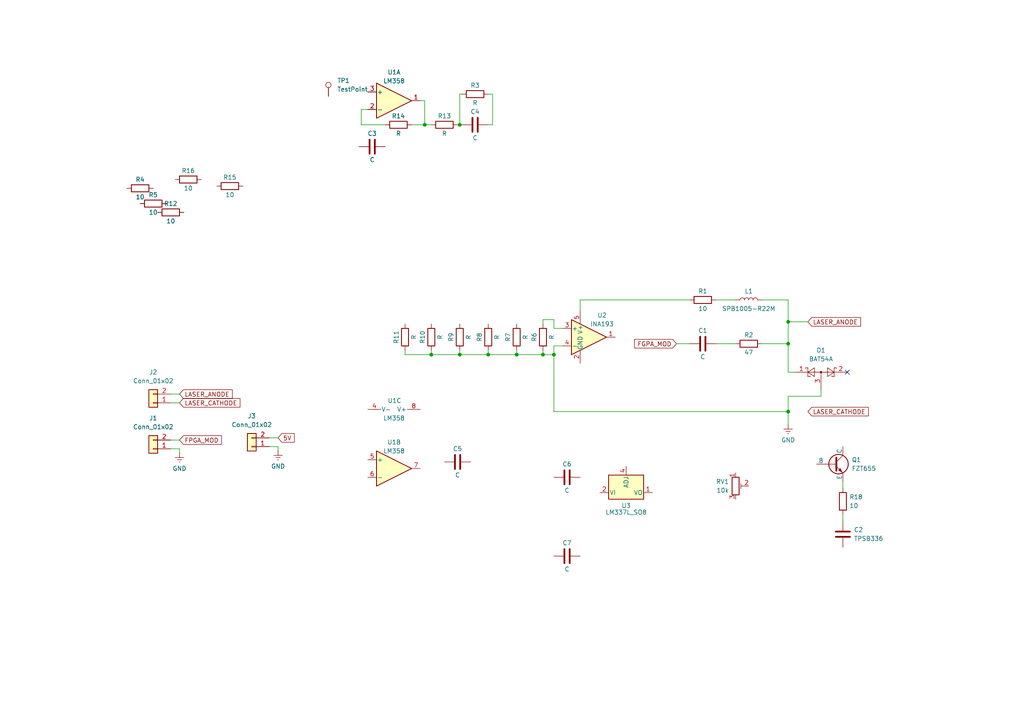
<source format=kicad_sch>
(kicad_sch (version 20231120) (generator "eeschema") (generator_version "8.0")
  (paper "A4")
  (lib_symbols
    (symbol "Amplifier_Current:INA193" (pin_names (offset 0.127))
      (property "Reference" "U" (at 3.81 3.81 0))
      (property "Value" "INA193" (at 3.81 -3.81 0))
      (symbol "INA193_0_1"
        (polyline (pts (xy 5.08 0) (xy -5.08 5.08) (xy -5.08 -5.08) (xy 5.08 0)) (stroke (width 0.254)) (fill (type background)))
      )
      (symbol "INA193_1_1"
        (pin output line (at 7.62 0 180) (length 2.54) (name "~") (number "1"))
        (pin power_in line (at -2.54 -7.62 90) (length 3.81) (name "GND") (number "2"))
        (pin input line (at -7.62 2.54 0) (length 2.54) (name "+") (number "3"))
        (pin input line (at -7.62 -2.54 0) (length 2.54) (name "-") (number "4"))
        (pin power_in line (at -2.54 7.62 270) (length 3.81) (name "V+") (number "5"))
      )
    )
    (symbol "Amplifier_Operational:LM358" (pin_names (offset 0.127))
      (property "Reference" "U" (at 0 5.08 0))
      (property "Value" "LM358" (at 0 -5.08 0))
      (symbol "LM358_1_1"
        (polyline (pts (xy -5.08 5.08) (xy 5.08 0) (xy -5.08 -5.08) (xy -5.08 5.08)) (stroke (width 0.254)) (fill (type background)))
        (pin output line (at 7.62 0 180) (length 2.54) (name "~") (number "1"))
        (pin input line (at -7.62 -2.54 0) (length 2.54) (name "-") (number "2"))
        (pin input line (at -7.62 2.54 0) (length 2.54) (name "+") (number "3"))
      )
      (symbol "LM358_2_1"
        (polyline (pts (xy -5.08 5.08) (xy 5.08 0) (xy -5.08 -5.08) (xy -5.08 5.08)) (stroke (width 0.254)) (fill (type background)))
        (pin input line (at -7.62 2.54 0) (length 2.54) (name "+") (number "5"))
        (pin input line (at -7.62 -2.54 0) (length 2.54) (name "-") (number "6"))
        (pin output line (at 7.62 0 180) (length 2.54) (name "~") (number "7"))
      )
      (symbol "LM358_3_1"
        (pin power_in line (at -2.54 -7.62 90) (length 3.81) (name "V-") (number "4"))
        (pin power_in line (at -2.54 7.62 270) (length 3.81) (name "V+") (number "8"))
      )
    )
    (symbol "Connector:TestPoint" (pin_numbers hide) (pin_names (offset 0.762) hide)
      (property "Reference" "TP" (at 0 6.858 0))
      (property "Value" "TestPoint" (at 0 5.08 0))
      (symbol "TestPoint_0_1"
        (circle (center 0 3.302) (radius 0.762))
      )
      (symbol "TestPoint_1_1"
        (pin passive line (at 0 0 90) (length 2.54) (name "1") (number "1"))
      )
    )
    (symbol "Connector_Generic:Conn_01x02" (pin_names (offset 1.016) hide)
      (property "Reference" "J" (at 0 2.54 0))
      (property "Value" "Conn_01x02" (at 0 -5.08 0))
      (symbol "Conn_01x02_1_1"
        (rectangle (start -1.27 -2.413) (end 0 -2.667) (stroke (width 0.1524)))
        (rectangle (start -1.27 0.127) (end 0 -0.127) (stroke (width 0.1524)))
        (rectangle (start -1.27 1.27) (end 1.27 -3.81) (stroke (width 0.254)) (fill (type background)))
        (pin passive line (at -5.08 0 0) (length 3.81) (name "Pin_1") (number "1"))
        (pin passive line (at -5.08 -2.54 0) (length 3.81) (name "Pin_2") (number "2"))
      )
    )
    (symbol "Device:C" (pin_numbers hide) (pin_names (offset 0.254))
      (property "Reference" "C" (at 0.635 2.54 0))
      (property "Value" "C" (at 0.635 -2.54 0))
      (symbol "C_0_1"
        (polyline (pts (xy -2.032 -0.762) (xy 2.032 -0.762)) (stroke (width 0.508)))
        (polyline (pts (xy -2.032 0.762) (xy 2.032 0.762)) (stroke (width 0.508)))
      )
      (symbol "C_1_1"
        (pin passive line (at 0 3.81 270) (length 2.794) (name "~") (number "1"))
        (pin passive line (at 0 -3.81 90) (length 2.794) (name "~") (number "2"))
      )
    )
    (symbol "Device:L" (pin_numbers hide) (pin_names (offset 1.016) hide)
      (property "Reference" "L" (at -1.27 0 90))
      (property "Value" "L" (at 1.905 0 90))
      (symbol "L_0_1"
        (arc (start 0 -2.54) (mid 0.6323 -1.905) (end 0 -1.27))
        (arc (start 0 -1.27) (mid 0.6323 -0.635) (end 0 0))
        (arc (start 0 0) (mid 0.6323 0.635) (end 0 1.27))
        (arc (start 0 1.27) (mid 0.6323 1.905) (end 0 2.54))
      )
      (symbol "L_1_1"
        (pin passive line (at 0 3.81 270) (length 1.27) (name "1") (number "1"))
        (pin passive line (at 0 -3.81 90) (length 1.27) (name "2") (number "2"))
      )
    )
    (symbol "Device:R" (pin_numbers hide) (pin_names (offset 0))
      (property "Reference" "R" (at 2.032 0 90))
      (property "Value" "R" (at 0 0 90))
      (symbol "R_0_1"
        (rectangle (start -1.016 -2.54) (end 1.016 2.54) (stroke (width 0.254)))
      )
      (symbol "R_1_1"
        (pin passive line (at 0 3.81 270) (length 1.27) (name "~") (number "1"))
        (pin passive line (at 0 -3.81 90) (length 1.27) (name "~") (number "2"))
      )
    )
    (symbol "Device:R_Potentiometer_Trim" (pin_names (offset 1.016) hide)
      (property "Reference" "RV" (at -4.445 0 90))
      (property "Value" "R_Potentiometer_Trim" (at -2.54 0 90))
      (symbol "R_Potentiometer_Trim_0_1"
        (polyline (pts (xy 1.524 0.762) (xy 1.524 -0.762)))
        (polyline (pts (xy 2.54 0) (xy 1.524 0)))
        (rectangle (start 1.016 2.54) (end -1.016 -2.54) (stroke (width 0.254)))
      )
      (symbol "R_Potentiometer_Trim_1_1"
        (pin passive line (at 0 3.81 270) (length 1.27) (name "1") (number "1"))
        (pin passive line (at 3.81 0 180) (length 1.27) (name "2") (number "2"))
        (pin passive line (at 0 -3.81 90) (length 1.27) (name "3") (number "3"))
      )
    )
    (symbol "Diode:BAT54A" (pin_names (offset 1.016))
      (property "Reference" "D" (at 0.635 -3.81 0))
      (property "Value" "BAT54A" (at -6.35 3.175 0))
      (symbol "BAT54A_0_1"
        (polyline (pts (xy -4.445 1.27) (xy -4.445 1.016)))
        (polyline (pts (xy -3.81 -1.27) (xy -3.81 1.27)))
        (polyline (pts (xy -3.81 -1.27) (xy -3.175 -1.27)))
        (polyline (pts (xy -3.81 0) (xy -1.27 0)))
        (polyline (pts (xy -3.81 1.27) (xy -4.445 1.27)))
        (polyline (pts (xy -3.175 -1.27) (xy -3.175 -1.016)))
        (polyline (pts (xy -1.905 0) (xy 1.905 0)))
        (polyline (pts (xy 1.27 0) (xy 3.81 0)))
        (polyline (pts (xy 3.175 -1.27) (xy 3.175 -1.016)))
        (polyline (pts (xy 3.81 -1.27) (xy 3.175 -1.27)))
        (polyline (pts (xy 3.81 -1.27) (xy 3.81 1.27)))
        (polyline (pts (xy 3.81 1.27) (xy 4.445 1.27)))
        (polyline (pts (xy 4.445 1.27) (xy 4.445 1.016)))
        (polyline (pts (xy -1.905 1.27) (xy -1.905 -1.27) (xy -3.81 0) (xy -1.905 1.27)))
        (polyline (pts (xy 1.905 1.27) (xy 1.905 -1.27) (xy 3.81 0) (xy 1.905 1.27)))
        (circle (center 0 0) (radius 0.254) (fill (type outline)))
      )
      (symbol "BAT54A_1_1"
        (pin passive line (at -7.62 0 0) (length 3.81) (name "~") (number "1"))
        (pin passive line (at 7.62 0 180) (length 3.81) (name "~") (number "2"))
        (pin passive line (at 0 -5.08 90) (length 5.08) (name "~") (number "3"))
      )
    )
    (symbol "Regulator_Linear:LM337L_SO8" (pin_names (offset 0.254))
      (property "Reference" "U" (at -3.81 -3.175 0))
      (property "Value" "LM337L_SO8" (at 0 -3.175 0))
      (symbol "LM337L_SO8_0_1"
        (rectangle (start -5.08 5.08) (end 5.08 -1.905) (stroke (width 0.254)) (fill (type background)))
      )
      (symbol "LM337L_SO8_1_1"
        (pin power_out line (at 7.62 0 180) (length 2.54) (name "VO") (number "1"))
        (pin power_in line (at -7.62 0 0) (length 2.54) (name "VI") (number "2"))
        (pin passive line (at -7.62 0 0) (length 2.54) hide (name "VI") (number "3"))
        (pin input line (at 0 7.62 270) (length 2.54) (name "ADJ") (number "4"))
        (pin no_connect line (at -5.08 2.54 0) (length 2.54) hide (name "NC") (number "5"))
        (pin passive line (at -7.62 0 0) (length 2.54) hide (name "VI") (number "6"))
        (pin passive line (at -7.62 0 0) (length 2.54) hide (name "VI") (number "7"))
        (pin no_connect line (at 5.08 2.54 180) (length 2.54) hide (name "NC") (number "8"))
      )
    )
    (symbol "Simulation_SPICE:NPN" (pin_numbers hide) (pin_names (offset 0))
      (property "Reference" "Q" (at -2.54 7.62 0))
      (property "Value" "NPN" (at -2.54 5.08 0))
      (symbol "NPN_0_1"
        (polyline (pts (xy -2.54 0) (xy 0.635 0)) (stroke (width 0.1524)))
        (polyline (pts (xy 0.635 0.635) (xy 2.54 2.54)))
        (polyline (pts (xy 2.794 -1.27) (xy 2.794 -1.27)) (stroke (width 0.1524)))
        (polyline (pts (xy 2.794 -1.27) (xy 2.794 -1.27)) (stroke (width 0.1524)))
        (polyline (pts (xy 0.635 -0.635) (xy 2.54 -2.54) (xy 2.54 -2.54)))
        (polyline (pts (xy 0.635 1.905) (xy 0.635 -1.905) (xy 0.635 -1.905)) (stroke (width 0.508)))
        (polyline (pts (xy 1.27 -1.778) (xy 1.778 -1.27) (xy 2.286 -2.286) (xy 1.27 -1.778) (xy 1.27 -1.778)) (fill (type outline)))
        (circle (center 1.27 0) (radius 2.8194) (stroke (width 0.254)))
      )
      (symbol "NPN_1_1"
        (pin open_collector line (at 2.54 5.08 270) (length 2.54) (name "C") (number "1"))
        (pin input line (at -5.08 0 0) (length 2.54) (name "B") (number "2"))
        (pin open_emitter line (at 2.54 -5.08 90) (length 2.54) (name "E") (number "3"))
      )
    )
    (symbol "power:Earth" (power) (pin_numbers hide) (pin_names (offset 0) hide)
      (property "Value" "Earth" (at 0 -3.81 0))
      (symbol "Earth_0_1"
        (polyline (pts (xy -0.635 -1.905) (xy 0.635 -1.905)))
        (polyline (pts (xy -0.127 -2.54) (xy 0.127 -2.54)))
        (polyline (pts (xy 0 -1.27) (xy 0 0)))
        (polyline (pts (xy 1.27 -1.27) (xy -1.27 -1.27)))
      )
      (symbol "Earth_1_1"
        (pin power_in line (at 0 0 270) (length 0) (name "~") (number "1"))
      )
    )
  )
  (junction (at 133.35 36.195))
  (junction (at 157.48 102.87))
  (junction (at 228.6 119.38))
  (junction (at 123.19 36.195))
  (junction (at 141.605 102.87))
  (junction (at 228.6 99.695))
  (junction (at 160.655 102.87))
  (junction (at 125.095 102.87))
  (junction (at 149.86 102.87))
  (junction (at 228.6 93.345))
  (junction (at 133.35 102.87))
  (no_connect (at 245.745 107.95))
  (wire (pts (xy 238.125 113.03) (xy 238.125 114.935)))
  (wire (pts (xy 160.655 102.87) (xy 160.655 119.38)))
  (wire (pts (xy 163.195 100.33) (xy 160.655 100.33)))
  (wire (pts (xy 160.655 100.33) (xy 160.655 102.87)))
  (wire (pts (xy 207.645 99.695) (xy 213.36 99.695)))
  (wire (pts (xy 157.48 102.87) (xy 149.86 102.87)))
  (wire (pts (xy 157.48 93.98) (xy 157.48 92.71)))
  (wire (pts (xy 80.645 129.54) (xy 80.645 130.81)))
  (wire (pts (xy 141.605 27.305) (xy 142.875 27.305)))
  (wire (pts (xy 168.275 90.17) (xy 168.275 86.995)))
  (wire (pts (xy 78.105 129.54) (xy 80.645 129.54)))
  (wire (pts (xy 133.35 101.6) (xy 133.35 102.87)))
  (wire (pts (xy 52.07 116.84) (xy 49.53 116.84)))
  (wire (pts (xy 228.6 107.95) (xy 230.505 107.95)))
  (wire (pts (xy 228.6 93.345) (xy 234.315 93.345)))
  (wire (pts (xy 141.605 102.87) (xy 133.35 102.87)))
  (wire (pts (xy 52.07 114.3) (xy 49.53 114.3)))
  (wire (pts (xy 123.19 36.195) (xy 125.095 36.195)))
  (wire (pts (xy 125.095 101.6) (xy 125.095 102.87)))
  (wire (pts (xy 157.48 102.87) (xy 157.48 101.6)))
  (wire (pts (xy 149.86 101.6) (xy 149.86 102.87)))
  (wire (pts (xy 49.53 130.175) (xy 52.07 130.175)))
  (wire (pts (xy 125.095 102.87) (xy 117.475 102.87)))
  (wire (pts (xy 228.6 99.695) (xy 228.6 107.95)))
  (wire (pts (xy 244.475 141.605) (xy 244.475 139.7)))
  (wire (pts (xy 123.19 36.195) (xy 123.19 29.21)))
  (wire (pts (xy 238.125 114.935) (xy 228.6 114.935)))
  (wire (pts (xy 228.6 114.935) (xy 228.6 119.38)))
  (wire (pts (xy 160.655 119.38) (xy 228.6 119.38)))
  (wire (pts (xy 149.86 102.87) (xy 141.605 102.87)))
  (wire (pts (xy 228.6 119.38) (xy 228.6 123.19)))
  (wire (pts (xy 160.655 102.87) (xy 157.48 102.87)))
  (wire (pts (xy 196.215 99.695) (xy 200.025 99.695)))
  (wire (pts (xy 160.655 92.71) (xy 160.655 95.25)))
  (wire (pts (xy 244.475 151.13) (xy 244.475 149.225)))
  (wire (pts (xy 104.775 31.75) (xy 104.775 36.195)))
  (wire (pts (xy 157.48 92.71) (xy 160.655 92.71)))
  (wire (pts (xy 133.35 27.305) (xy 133.985 27.305)))
  (wire (pts (xy 142.875 36.195) (xy 141.605 36.195)))
  (wire (pts (xy 133.35 36.195) (xy 132.715 36.195)))
  (wire (pts (xy 228.6 93.345) (xy 228.6 99.695)))
  (wire (pts (xy 121.92 29.21) (xy 123.19 29.21)))
  (wire (pts (xy 207.645 86.995) (xy 213.36 86.995)))
  (wire (pts (xy 141.605 101.6) (xy 141.605 102.87)))
  (wire (pts (xy 117.475 102.87) (xy 117.475 101.6)))
  (wire (pts (xy 78.105 127) (xy 80.645 127)))
  (wire (pts (xy 104.775 36.195) (xy 111.76 36.195)))
  (wire (pts (xy 220.98 99.695) (xy 228.6 99.695)))
  (wire (pts (xy 119.38 36.195) (xy 123.19 36.195)))
  (wire (pts (xy 106.68 31.75) (xy 104.775 31.75)))
  (wire (pts (xy 133.35 102.87) (xy 125.095 102.87)))
  (wire (pts (xy 133.985 36.195) (xy 133.35 36.195)))
  (wire (pts (xy 168.275 86.995) (xy 200.025 86.995)))
  (wire (pts (xy 52.07 130.175) (xy 52.07 131.445)))
  (wire (pts (xy 228.6 86.995) (xy 228.6 93.345)))
  (wire (pts (xy 142.875 27.305) (xy 142.875 36.195)))
  (wire (pts (xy 220.98 86.995) (xy 228.6 86.995)))
  (wire (pts (xy 160.655 95.25) (xy 163.195 95.25)))
  (wire (pts (xy 133.35 36.195) (xy 133.35 27.305)))
  (wire (pts (xy 49.53 127.635) (xy 52.07 127.635)))
  (global_label "LASER_CATHODE" (shape input) (at 52.07 116.84 0) (property "Intersheetrefs" "${INTERSHEET_REFS}" (effects (hide yes))))
  (global_label "LASER_ANODE" (shape input) (at 234.315 93.345 0) (property "Intersheetrefs" "${INTERSHEET_REFS}" (effects (hide yes))))
  (global_label "FGPA_MOD" (shape input) (at 196.215 99.695 180) (property "Intersheetrefs" "${INTERSHEET_REFS}" (effects (hide yes))))
  (global_label "LASER_ANODE" (shape input) (at 52.07 114.3 0) (property "Intersheetrefs" "${INTERSHEET_REFS}" (effects (hide yes))))
  (global_label "5V" (shape input) (at 80.645 127 0) (property "Intersheetrefs" "${INTERSHEET_REFS}" (effects (hide yes))))
  (global_label "LASER_CATHODE" (shape input) (at 234.315 119.38 0) (property "Intersheetrefs" "${INTERSHEET_REFS}" (effects (hide yes))))
  (global_label "FPGA_MOD" (shape input) (at 52.07 127.635 0) (property "Intersheetrefs" "${INTERSHEET_REFS}" (effects (hide yes))))
  (symbol (lib_id "Device:R") (at 244.475 145.415 180) (unit 1)
    (property "Reference" "R18" (at 248.285 144.145 0))
    (property "Value" "10" (at 247.65 146.685 0))
    (property "Footprint" "Resistor_SMD:R_2512_6332Metric" (effects (hide yes)))
    (property "Description" "Resistor" (effects (hide yes)))
  )
  (symbol (lib_id "Device:C") (at 244.475 154.94 0) (unit 1)
    (property "Reference" "C2" (at 247.65 153.6699 0) (effects (justify left)))
    (property "Value" "TPSB336" (at 247.65 156.2099 0) (effects (justify left)))
    (property "Footprint" "Capacitor_SMD:C_1210_3225Metric" (effects (hide yes)))
    (property "Description" "Unpolarized capacitor" (effects (hide yes)))
  )
  (symbol (lib_id "Device:C") (at 132.715 133.985 90) (unit 1)
    (property "Reference" "C5" (at 132.715 130.175 90))
    (property "Value" "C" (at 132.715 137.795 90))
    (property "Footprint" "Capacitor_SMD:C_0805_2012Metric" (effects (hide yes)))
    (property "Description" "Unpolarized capacitor" (effects (hide yes)))
  )
  (symbol (lib_id "Device:R") (at 117.475 97.79 180) (unit 1)
    (property "Reference" "R11" (at 114.935 97.79 90))
    (property "Value" "R" (at 120.015 97.79 90))
    (property "Footprint" "Resistor_SMD:R_0805_2012Metric" (effects (hide yes)))
    (property "Description" "Resistor" (effects (hide yes)))
  )
  (symbol (lib_id "Device:R") (at 115.57 36.195 90) (unit 1)
    (property "Reference" "R14" (at 115.57 33.655 90))
    (property "Value" "R" (at 115.57 38.735 90))
    (property "Footprint" "Resistor_SMD:R_0805_2012Metric" (effects (hide yes)))
    (property "Description" "Resistor" (effects (hide yes)))
  )
  (symbol (lib_id "Device:R") (at 49.53 61.595 90) (unit 1)
    (property "Reference" "R12" (at 49.53 59.055 90))
    (property "Value" "10" (at 49.53 64.135 90))
    (property "Footprint" "Resistor_SMD:R_0805_2012Metric" (effects (hide yes)))
    (property "Description" "Resistor" (effects (hide yes)))
  )
  (symbol (lib_id "Device:R") (at 128.905 36.195 90) (unit 1)
    (property "Reference" "R13" (at 128.905 33.655 90))
    (property "Value" "R" (at 128.905 38.735 90))
    (property "Footprint" "Resistor_SMD:R_0805_2012Metric" (effects (hide yes)))
    (property "Description" "Resistor" (effects (hide yes)))
  )
  (symbol (lib_id "Device:R") (at 133.35 97.79 180) (unit 1)
    (property "Reference" "R9" (at 130.81 97.79 90))
    (property "Value" "R" (at 135.89 97.79 90))
    (property "Footprint" "Resistor_SMD:R_0805_2012Metric" (effects (hide yes)))
    (property "Description" "Resistor" (effects (hide yes)))
  )
  (symbol (lib_id "Amplifier_Operational:LM358") (at 114.3 121.285 270) (unit 3)
    (property "Reference" "U1" (at 112.395 116.205 90) (effects (justify left)))
    (property "Value" "LM358" (at 111.125 121.285 90) (effects (justify left)))
    (property "Footprint" "Package_SO:SOIC-8_3.9x4.9mm_P1.27mm" (effects (hide yes)))
    (property "Datasheet" "http://www.ti.com/lit/ds/symlink/lm2904-n.pdf" (effects (hide yes)))
    (property "Description" "Low-Power, Dual Operational Amplifiers, DIP-8/SOIC-8/TO-99-8" (effects (hide yes)))
  )
  (symbol (lib_id "Device:R") (at 44.45 59.055 90) (unit 1)
    (property "Reference" "R5" (at 44.45 56.515 90))
    (property "Value" "10" (at 44.45 61.595 90))
    (property "Footprint" "Resistor_SMD:R_0805_2012Metric" (effects (hide yes)))
    (property "Description" "Resistor" (effects (hide yes)))
  )
  (symbol (lib_id "Connector_Generic:Conn_01x02") (at 44.45 116.84 180) (unit 1)
    (property "Reference" "J2" (at 44.45 107.95 0))
    (property "Value" "Conn_01x02" (at 44.45 110.49 0))
    (property "Footprint" "TerminalBlock_MetzConnect:TerminalBlock_MetzConnect_Type073_RT02602HBLU_1x02_P5.08mm_Horizontal" (effects (hide yes)))
    (property "Description" "Generic connector, single row, 01x02, script generated (kicad-library-utils/schlib/autogen/connector/)" (effects (hide yes)))
  )
  (symbol (lib_id "Device:R_Potentiometer_Trim") (at 213.36 140.97 0) (unit 1)
    (property "Reference" "RV1" (at 211.455 139.6999 0) (effects (justify right)))
    (property "Value" "10k" (at 211.455 142.2399 0) (effects (justify right)))
    (property "Footprint" "Potentiometer_THT:Potentiometer_Bourns_3296Z_Horizontal" (effects (hide yes)))
    (property "Datasheet" "https://www.digikey.com/en/products/detail/bourns-inc/3266X-1-103LF/1087970" (effects (hide yes)))
    (property "Description" "Trim-potentiometer" (effects (hide yes)))
  )
  (symbol (lib_id "Device:C") (at 164.465 138.43 90) (unit 1)
    (property "Reference" "C6" (at 164.465 134.62 90))
    (property "Value" "C" (at 164.465 142.24 90))
    (property "Footprint" "Capacitor_SMD:C_0805_2012Metric" (effects (hide yes)))
    (property "Description" "Unpolarized capacitor" (effects (hide yes)))
  )
  (symbol (lib_id "Device:C") (at 203.835 99.695 90) (unit 1)
    (property "Reference" "C1" (at 203.835 95.885 90))
    (property "Value" "C" (at 203.835 103.505 90))
    (property "Footprint" "Capacitor_SMD:C_0805_2012Metric" (effects (hide yes)))
    (property "Description" "Unpolarized capacitor" (effects (hide yes)))
  )
  (symbol (lib_id "Device:R") (at 66.675 53.975 90) (unit 1)
    (property "Reference" "R15" (at 66.675 51.435 90))
    (property "Value" "10" (at 66.675 56.515 90))
    (property "Footprint" "Resistor_SMD:R_0805_2012Metric" (effects (hide yes)))
    (property "Description" "Resistor" (effects (hide yes)))
  )
  (symbol (lib_id "Connector:TestPoint") (at 95.25 27.94 0) (unit 1)
    (property "Reference" "TP1" (at 97.79 23.3679 0) (effects (justify left)))
    (property "Value" "TestPoint" (at 97.79 25.9079 0) (effects (justify left)))
    (property "Description" "test point" (effects (hide yes)))
  )
  (symbol (lib_id "Device:R") (at 40.64 54.61 90) (unit 1)
    (property "Reference" "R4" (at 40.64 52.07 90))
    (property "Value" "10" (at 40.64 57.15 90))
    (property "Footprint" "Resistor_SMD:R_0805_2012Metric" (effects (hide yes)))
    (property "Description" "Resistor" (effects (hide yes)))
  )
  (symbol (lib_id "power:Earth") (at 52.07 131.445 0) (unit 1)
    (property "Reference" "#PWR03" (effects (hide yes)))
    (property "Value" "GND" (at 52.07 135.89 0))
    (property "Description" "Power symbol creates a global label with name \"Earth\"" (effects (hide yes)))
  )
  (symbol (lib_id "Device:L") (at 217.17 86.995 90) (unit 1)
    (property "Reference" "L1" (at 217.17 84.455 90))
    (property "Value" "SPB1005-R22M" (at 217.17 89.535 90))
    (property "Footprint" "Driver:SPB1005-R22M" (effects (hide yes)))
    (property "Datasheet" "https://www.bourns.com/docs/Product-Datasheets/SPB1005.pdf" (effects (hide yes)))
    (property "Description" "Inductor" (effects (hide yes)))
  )
  (symbol (lib_id "Device:R") (at 217.17 99.695 90) (unit 1)
    (property "Reference" "R2" (at 217.17 97.155 90))
    (property "Value" "47" (at 217.17 102.235 90))
    (property "Footprint" "Resistor_SMD:R_0805_2012Metric" (effects (hide yes)))
    (property "Description" "Resistor" (effects (hide yes)))
  )
  (symbol (lib_id "Connector_Generic:Conn_01x02") (at 44.45 130.175 180) (unit 1)
    (property "Reference" "J1" (at 44.45 121.285 0))
    (property "Value" "Conn_01x02" (at 44.45 123.825 0))
    (property "Footprint" "TerminalBlock_MetzConnect:TerminalBlock_MetzConnect_Type073_RT02602HBLU_1x02_P5.08mm_Horizontal" (effects (hide yes)))
    (property "Description" "Generic connector, single row, 01x02, script generated (kicad-library-utils/schlib/autogen/connector/)" (effects (hide yes)))
  )
  (symbol (lib_id "Amplifier_Operational:LM358") (at 114.3 29.21 0) (unit 1)
    (property "Reference" "U1" (at 114.3 20.955 0))
    (property "Value" "LM358" (at 114.3 23.495 0))
    (property "Footprint" "Package_SO:SOIC-8_3.9x4.9mm_P1.27mm" (effects (hide yes)))
    (property "Datasheet" "http://www.ti.com/lit/ds/symlink/lm2904-n.pdf" (effects (hide yes)))
    (property "Description" "Low-Power, Dual Operational Amplifiers, DIP-8/SOIC-8/TO-99-8" (effects (hide yes)))
  )
  (symbol (lib_id "Connector_Generic:Conn_01x02") (at 73.025 129.54 180) (unit 1)
    (property "Reference" "J3" (at 73.025 120.65 0))
    (property "Value" "Conn_01x02" (at 73.025 123.19 0))
    (property "Footprint" "TerminalBlock_MetzConnect:TerminalBlock_MetzConnect_Type073_RT02602HBLU_1x02_P5.08mm_Horizontal" (effects (hide yes)))
    (property "Description" "Generic connector, single row, 01x02, script generated (kicad-library-utils/schlib/autogen/connector/)" (effects (hide yes)))
  )
  (symbol (lib_id "Device:R") (at 125.095 97.79 180) (unit 1)
    (property "Reference" "R10" (at 122.555 97.79 90))
    (property "Value" "R" (at 127.635 97.79 90))
    (property "Footprint" "Resistor_SMD:R_0805_2012Metric" (effects (hide yes)))
    (property "Description" "Resistor" (effects (hide yes)))
  )
  (symbol (lib_id "Device:R") (at 141.605 97.79 180) (unit 1)
    (property "Reference" "R8" (at 139.065 97.79 90))
    (property "Value" "R" (at 144.145 97.79 90))
    (property "Footprint" "Resistor_SMD:R_0805_2012Metric" (effects (hide yes)))
    (property "Description" "Resistor" (effects (hide yes)))
  )
  (symbol (lib_id "Device:R") (at 137.795 27.305 90) (unit 1)
    (property "Reference" "R3" (at 137.795 24.765 90))
    (property "Value" "R" (at 137.795 29.845 90))
    (property "Footprint" "Resistor_SMD:R_0805_2012Metric" (effects (hide yes)))
    (property "Description" "Resistor" (effects (hide yes)))
  )
  (symbol (lib_id "Amplifier_Current:INA193") (at 170.815 97.79 0) (unit 1)
    (property "Reference" "U2" (at 174.625 91.44 0))
    (property "Value" "INA193" (at 174.625 93.98 0))
    (property "Footprint" "Package_TO_SOT_SMD:SOT-23-5" (effects (hide yes)))
    (property "Datasheet" "http://www.ti.com/lit/ds/symlink/ina193.pdf" (effects (hide yes)))
    (property "Description" "Current Shunt Monitor −16V to +80V Common-Mode Range, 20V/V, SOT-23-5" (effects (hide yes)))
  )
  (symbol (lib_id "Device:C") (at 164.465 161.29 90) (unit 1)
    (property "Reference" "C7" (at 164.465 157.48 90))
    (property "Value" "C" (at 164.465 165.1 90))
    (property "Footprint" "Capacitor_SMD:C_0805_2012Metric" (effects (hide yes)))
    (property "Description" "Unpolarized capacitor" (effects (hide yes)))
  )
  (symbol (lib_id "Device:R") (at 54.61 52.07 90) (unit 1)
    (property "Reference" "R16" (at 54.61 49.53 90))
    (property "Value" "10" (at 54.61 54.61 90))
    (property "Footprint" "Resistor_SMD:R_0805_2012Metric" (effects (hide yes)))
    (property "Description" "Resistor" (effects (hide yes)))
  )
  (symbol (lib_id "Device:R") (at 149.86 97.79 180) (unit 1)
    (property "Reference" "R7" (at 147.32 97.79 90))
    (property "Value" "R" (at 152.4 97.79 90))
    (property "Footprint" "Resistor_SMD:R_0805_2012Metric" (effects (hide yes)))
    (property "Description" "Resistor" (effects (hide yes)))
  )
  (symbol (lib_id "power:Earth") (at 80.645 130.81 0) (unit 1)
    (property "Reference" "#PWR02" (effects (hide yes)))
    (property "Value" "GND" (at 80.645 135.255 0))
    (property "Description" "Power symbol creates a global label with name \"Earth\"" (effects (hide yes)))
  )
  (symbol (lib_id "Diode:BAT54A") (at 238.125 107.95 0) (unit 1)
    (property "Reference" "D1" (at 238.125 101.6 0))
    (property "Value" "BAT54A" (at 238.125 104.14 0))
    (property "Footprint" "Package_TO_SOT_SMD:SOT-23" (effects (hide yes)))
    (property "Datasheet" "http://www.diodes.com/_files/datasheets/ds11005.pdf" (effects (hide yes)))
    (property "Description" "schottky barrier diode" (effects (hide yes)))
  )
  (symbol (lib_id "Regulator_Linear:LM337L_SO8") (at 181.61 142.875 0) (unit 1)
    (property "Reference" "U3" (at 181.61 146.685 0))
    (property "Value" "LM337L_SO8" (at 181.61 148.59 0))
    (property "Footprint" "Package_SO:SOIC-8_3.9x4.9mm_P1.27mm" (effects (hide yes)))
    (property "Datasheet" "http://www.ti.com/lit/ds/symlink/lm337l.pdf" (effects (hide yes)))
    (property "Description" "100mA 35V Adjustable Negative Linear Regulator, SO-8" (effects (hide yes)))
  )
  (symbol (lib_id "Device:C") (at 137.795 36.195 90) (unit 1)
    (property "Reference" "C4" (at 137.795 32.385 90))
    (property "Value" "C" (at 137.795 40.005 90))
    (property "Footprint" "Capacitor_SMD:C_0805_2012Metric" (effects (hide yes)))
    (property "Description" "Unpolarized capacitor" (effects (hide yes)))
  )
  (symbol (lib_id "Device:C") (at 107.95 42.545 90) (unit 1)
    (property "Reference" "C3" (at 107.95 38.735 90))
    (property "Value" "C" (at 107.95 46.355 90))
    (property "Footprint" "Capacitor_SMD:C_0805_2012Metric" (effects (hide yes)))
    (property "Description" "Unpolarized capacitor" (effects (hide yes)))
  )
  (symbol (lib_id "power:Earth") (at 228.6 123.19 0) (unit 1)
    (property "Reference" "#PWR01" (effects (hide yes)))
    (property "Value" "GND" (at 228.6 127.635 0))
    (property "Description" "Power symbol creates a global label with name \"Earth\"" (effects (hide yes)))
  )
  (symbol (lib_id "Simulation_SPICE:NPN") (at 241.935 134.62 0) (unit 1)
    (property "Reference" "Q1" (at 247.015 133.35 0) (effects (justify left)))
    (property "Value" "FZT655" (at 247.015 135.89 0) (effects (justify left)))
    (property "Footprint" "Package_TO_SOT_SMD:SOT-223" (effects (hide yes)))
    (property "Datasheet" "https://www.diodes.com/assets/Datasheets/FZT655.pdf" (effects (hide yes)))
    (property "Description" "Bipolar transistor symbol for simulation only, substrate tied to the emitter" (effects (hide yes)))
    (property "Sim.Device" "NPN" (effects (hide yes)))
    (property "Sim.Type" "GUMMELPOON" (effects (hide yes)))
    (property "Sim.Pins" "1=C 2=B 3=E" (effects (hide yes)))
  )
  (symbol (lib_id "Device:R") (at 157.48 97.79 180) (unit 1)
    (property "Reference" "R6" (at 154.94 97.79 90))
    (property "Value" "R" (at 160.02 97.79 90))
    (property "Footprint" "Resistor_SMD:R_0805_2012Metric" (effects (hide yes)))
    (property "Description" "Resistor" (effects (hide yes)))
  )
  (symbol (lib_id "Device:R") (at 203.835 86.995 90) (unit 1)
    (property "Reference" "R1" (at 203.835 84.455 90))
    (property "Value" "10" (at 203.835 89.535 90))
    (property "Footprint" "Resistor_SMD:R_0805_2012Metric" (effects (hide yes)))
    (property "Description" "Resistor" (effects (hide yes)))
  )
  (symbol (lib_id "Amplifier_Operational:LM358") (at 114.3 135.89 0) (unit 2)
    (property "Reference" "U1" (at 114.3 128.27 0))
    (property "Value" "LM358" (at 114.3 130.81 0))
    (property "Footprint" "Package_SO:SOIC-8_3.9x4.9mm_P1.27mm" (effects (hide yes)))
    (property "Datasheet" "http://www.ti.com/lit/ds/symlink/lm2904-n.pdf" (effects (hide yes)))
    (property "Description" "Low-Power, Dual Operational Amplifiers, DIP-8/SOIC-8/TO-99-8" (effects (hide yes)))
  )
)
</source>
